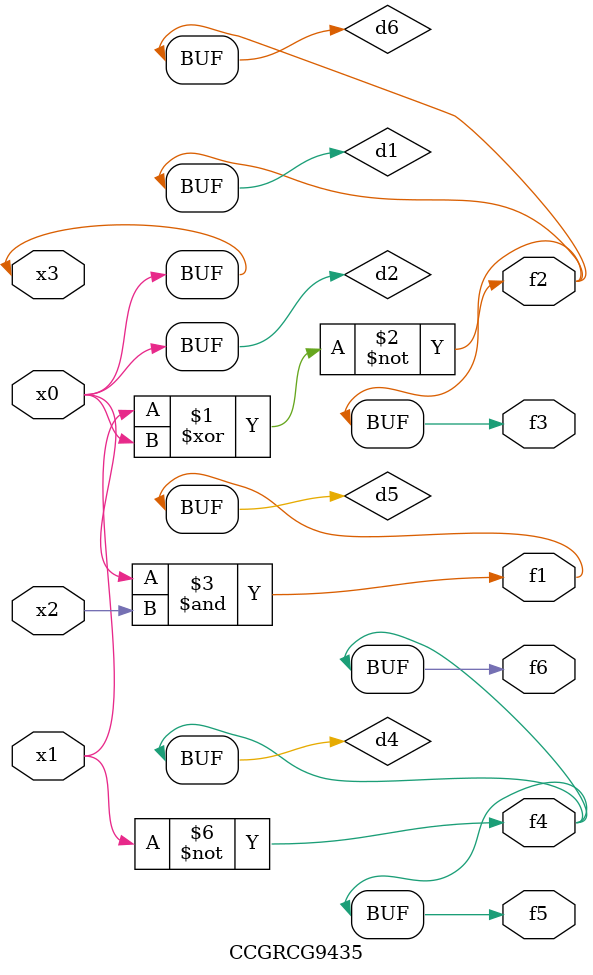
<source format=v>
module CCGRCG9435(
	input x0, x1, x2, x3,
	output f1, f2, f3, f4, f5, f6
);

	wire d1, d2, d3, d4, d5, d6;

	xnor (d1, x1, x3);
	buf (d2, x0, x3);
	nand (d3, x0, x2);
	not (d4, x1);
	nand (d5, d3);
	or (d6, d1);
	assign f1 = d5;
	assign f2 = d6;
	assign f3 = d6;
	assign f4 = d4;
	assign f5 = d4;
	assign f6 = d4;
endmodule

</source>
